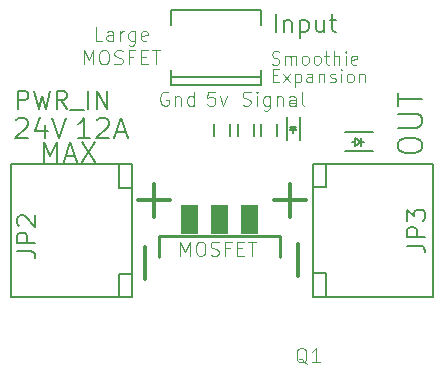
<source format=gto>
G04 #@! TF.FileFunction,Legend,Top*
%FSLAX46Y46*%
G04 Gerber Fmt 4.6, Leading zero omitted, Abs format (unit mm)*
G04 Created by KiCad (PCBNEW 4.0.2-stable) date 04/06/2016 20:31:28*
%MOMM*%
G01*
G04 APERTURE LIST*
%ADD10C,0.100000*%
%ADD11C,0.065024*%
%ADD12C,0.304800*%
%ADD13C,0.142240*%
%ADD14C,0.101600*%
%ADD15C,0.093472*%
%ADD16C,0.150000*%
%ADD17C,0.127000*%
%ADD18C,0.254000*%
%ADD19C,0.200000*%
%ADD20C,0.096520*%
G04 APERTURE END LIST*
D10*
D11*
X154183848Y-97169074D02*
X154772160Y-97169074D01*
D12*
X141361786Y-105448786D02*
X144119500Y-105448786D01*
X142740643Y-106827643D02*
X142740643Y-104069929D01*
X141948786Y-112138214D02*
X141948786Y-109380500D01*
X154948786Y-111878857D02*
X154948786Y-109121143D01*
X152861786Y-105448786D02*
X155619500Y-105448786D01*
X154240643Y-106827643D02*
X154240643Y-104069929D01*
D13*
X131071733Y-98641333D02*
X131152167Y-98560900D01*
X131313033Y-98480467D01*
X131715200Y-98480467D01*
X131876067Y-98560900D01*
X131956500Y-98641333D01*
X132036933Y-98802200D01*
X132036933Y-98963067D01*
X131956500Y-99204367D01*
X130991300Y-100169567D01*
X132036933Y-100169567D01*
X133484734Y-99043500D02*
X133484734Y-100169567D01*
X133082567Y-98400033D02*
X132680400Y-99606533D01*
X133726034Y-99606533D01*
X134128201Y-98480467D02*
X134691234Y-100169567D01*
X135254267Y-98480467D01*
X133402167Y-102169567D02*
X133402167Y-100480467D01*
X133965200Y-101686967D01*
X134528233Y-100480467D01*
X134528233Y-102169567D01*
X135252133Y-101686967D02*
X136056467Y-101686967D01*
X135091267Y-102169567D02*
X135654300Y-100480467D01*
X136217333Y-102169567D01*
X136619500Y-100480467D02*
X137745567Y-102169567D01*
X137745567Y-100480467D02*
X136619500Y-102169567D01*
D14*
X143919238Y-96293500D02*
X143804333Y-96236048D01*
X143631976Y-96236048D01*
X143459619Y-96293500D01*
X143344714Y-96408405D01*
X143287262Y-96523310D01*
X143229810Y-96753119D01*
X143229810Y-96925476D01*
X143287262Y-97155286D01*
X143344714Y-97270190D01*
X143459619Y-97385095D01*
X143631976Y-97442548D01*
X143746881Y-97442548D01*
X143919238Y-97385095D01*
X143976690Y-97327643D01*
X143976690Y-96925476D01*
X143746881Y-96925476D01*
X144493762Y-96638214D02*
X144493762Y-97442548D01*
X144493762Y-96753119D02*
X144551214Y-96695667D01*
X144666119Y-96638214D01*
X144838476Y-96638214D01*
X144953381Y-96695667D01*
X145010833Y-96810571D01*
X145010833Y-97442548D01*
X146102428Y-97442548D02*
X146102428Y-96236048D01*
X146102428Y-97385095D02*
X145987524Y-97442548D01*
X145757714Y-97442548D01*
X145642809Y-97385095D01*
X145585357Y-97327643D01*
X145527905Y-97212738D01*
X145527905Y-96868024D01*
X145585357Y-96753119D01*
X145642809Y-96695667D01*
X145757714Y-96638214D01*
X145987524Y-96638214D01*
X146102428Y-96695667D01*
X147861786Y-96236048D02*
X147287262Y-96236048D01*
X147229810Y-96810571D01*
X147287262Y-96753119D01*
X147402167Y-96695667D01*
X147689429Y-96695667D01*
X147804333Y-96753119D01*
X147861786Y-96810571D01*
X147919238Y-96925476D01*
X147919238Y-97212738D01*
X147861786Y-97327643D01*
X147804333Y-97385095D01*
X147689429Y-97442548D01*
X147402167Y-97442548D01*
X147287262Y-97385095D01*
X147229810Y-97327643D01*
X148321405Y-96638214D02*
X148608667Y-97442548D01*
X148895929Y-96638214D01*
X150229810Y-97385095D02*
X150402167Y-97442548D01*
X150689429Y-97442548D01*
X150804333Y-97385095D01*
X150861786Y-97327643D01*
X150919238Y-97212738D01*
X150919238Y-97097833D01*
X150861786Y-96982929D01*
X150804333Y-96925476D01*
X150689429Y-96868024D01*
X150459619Y-96810571D01*
X150344714Y-96753119D01*
X150287262Y-96695667D01*
X150229810Y-96580762D01*
X150229810Y-96465857D01*
X150287262Y-96350952D01*
X150344714Y-96293500D01*
X150459619Y-96236048D01*
X150746881Y-96236048D01*
X150919238Y-96293500D01*
X151436310Y-97442548D02*
X151436310Y-96638214D01*
X151436310Y-96236048D02*
X151378858Y-96293500D01*
X151436310Y-96350952D01*
X151493762Y-96293500D01*
X151436310Y-96236048D01*
X151436310Y-96350952D01*
X152527905Y-96638214D02*
X152527905Y-97614905D01*
X152470453Y-97729810D01*
X152413001Y-97787262D01*
X152298096Y-97844714D01*
X152125739Y-97844714D01*
X152010834Y-97787262D01*
X152527905Y-97385095D02*
X152413001Y-97442548D01*
X152183191Y-97442548D01*
X152068286Y-97385095D01*
X152010834Y-97327643D01*
X151953382Y-97212738D01*
X151953382Y-96868024D01*
X152010834Y-96753119D01*
X152068286Y-96695667D01*
X152183191Y-96638214D01*
X152413001Y-96638214D01*
X152527905Y-96695667D01*
X153102429Y-96638214D02*
X153102429Y-97442548D01*
X153102429Y-96753119D02*
X153159881Y-96695667D01*
X153274786Y-96638214D01*
X153447143Y-96638214D01*
X153562048Y-96695667D01*
X153619500Y-96810571D01*
X153619500Y-97442548D01*
X154711095Y-97442548D02*
X154711095Y-96810571D01*
X154653643Y-96695667D01*
X154538738Y-96638214D01*
X154308929Y-96638214D01*
X154194024Y-96695667D01*
X154711095Y-97385095D02*
X154596191Y-97442548D01*
X154308929Y-97442548D01*
X154194024Y-97385095D01*
X154136572Y-97270190D01*
X154136572Y-97155286D01*
X154194024Y-97040381D01*
X154308929Y-96982929D01*
X154596191Y-96982929D01*
X154711095Y-96925476D01*
X155457976Y-97442548D02*
X155343071Y-97385095D01*
X155285619Y-97270190D01*
X155285619Y-96236048D01*
X138361786Y-91942548D02*
X137787262Y-91942548D01*
X137787262Y-90736048D01*
X139281023Y-91942548D02*
X139281023Y-91310571D01*
X139223571Y-91195667D01*
X139108666Y-91138214D01*
X138878857Y-91138214D01*
X138763952Y-91195667D01*
X139281023Y-91885095D02*
X139166119Y-91942548D01*
X138878857Y-91942548D01*
X138763952Y-91885095D01*
X138706500Y-91770190D01*
X138706500Y-91655286D01*
X138763952Y-91540381D01*
X138878857Y-91482929D01*
X139166119Y-91482929D01*
X139281023Y-91425476D01*
X139855547Y-91942548D02*
X139855547Y-91138214D01*
X139855547Y-91368024D02*
X139912999Y-91253119D01*
X139970452Y-91195667D01*
X140085356Y-91138214D01*
X140200261Y-91138214D01*
X141119499Y-91138214D02*
X141119499Y-92114905D01*
X141062047Y-92229810D01*
X141004595Y-92287262D01*
X140889690Y-92344714D01*
X140717333Y-92344714D01*
X140602428Y-92287262D01*
X141119499Y-91885095D02*
X141004595Y-91942548D01*
X140774785Y-91942548D01*
X140659880Y-91885095D01*
X140602428Y-91827643D01*
X140544976Y-91712738D01*
X140544976Y-91368024D01*
X140602428Y-91253119D01*
X140659880Y-91195667D01*
X140774785Y-91138214D01*
X141004595Y-91138214D01*
X141119499Y-91195667D01*
X142153642Y-91885095D02*
X142038737Y-91942548D01*
X141808928Y-91942548D01*
X141694023Y-91885095D01*
X141636571Y-91770190D01*
X141636571Y-91310571D01*
X141694023Y-91195667D01*
X141808928Y-91138214D01*
X142038737Y-91138214D01*
X142153642Y-91195667D01*
X142211094Y-91310571D01*
X142211094Y-91425476D01*
X141636571Y-91540381D01*
D15*
X152711425Y-93894288D02*
X152869993Y-93947144D01*
X153134274Y-93947144D01*
X153239987Y-93894288D01*
X153292843Y-93841431D01*
X153345699Y-93735719D01*
X153345699Y-93630007D01*
X153292843Y-93524294D01*
X153239987Y-93471438D01*
X153134274Y-93418582D01*
X152922850Y-93365726D01*
X152817137Y-93312870D01*
X152764281Y-93260013D01*
X152711425Y-93154301D01*
X152711425Y-93048589D01*
X152764281Y-92942876D01*
X152817137Y-92890020D01*
X152922850Y-92837164D01*
X153187130Y-92837164D01*
X153345699Y-92890020D01*
X153821405Y-93947144D02*
X153821405Y-93207157D01*
X153821405Y-93312870D02*
X153874261Y-93260013D01*
X153979974Y-93207157D01*
X154138542Y-93207157D01*
X154244254Y-93260013D01*
X154297111Y-93365726D01*
X154297111Y-93947144D01*
X154297111Y-93365726D02*
X154349967Y-93260013D01*
X154455679Y-93207157D01*
X154614248Y-93207157D01*
X154719960Y-93260013D01*
X154772816Y-93365726D01*
X154772816Y-93947144D01*
X155459947Y-93947144D02*
X155354234Y-93894288D01*
X155301378Y-93841431D01*
X155248522Y-93735719D01*
X155248522Y-93418582D01*
X155301378Y-93312870D01*
X155354234Y-93260013D01*
X155459947Y-93207157D01*
X155618515Y-93207157D01*
X155724227Y-93260013D01*
X155777084Y-93312870D01*
X155829940Y-93418582D01*
X155829940Y-93735719D01*
X155777084Y-93841431D01*
X155724227Y-93894288D01*
X155618515Y-93947144D01*
X155459947Y-93947144D01*
X156464215Y-93947144D02*
X156358502Y-93894288D01*
X156305646Y-93841431D01*
X156252790Y-93735719D01*
X156252790Y-93418582D01*
X156305646Y-93312870D01*
X156358502Y-93260013D01*
X156464215Y-93207157D01*
X156622783Y-93207157D01*
X156728495Y-93260013D01*
X156781352Y-93312870D01*
X156834208Y-93418582D01*
X156834208Y-93735719D01*
X156781352Y-93841431D01*
X156728495Y-93894288D01*
X156622783Y-93947144D01*
X156464215Y-93947144D01*
X157151345Y-93207157D02*
X157574195Y-93207157D01*
X157309914Y-92837164D02*
X157309914Y-93788575D01*
X157362770Y-93894288D01*
X157468483Y-93947144D01*
X157574195Y-93947144D01*
X157944188Y-93947144D02*
X157944188Y-92837164D01*
X158419894Y-93947144D02*
X158419894Y-93365726D01*
X158367037Y-93260013D01*
X158261325Y-93207157D01*
X158102757Y-93207157D01*
X157997044Y-93260013D01*
X157944188Y-93312870D01*
X158948456Y-93947144D02*
X158948456Y-93207157D01*
X158948456Y-92837164D02*
X158895600Y-92890020D01*
X158948456Y-92942876D01*
X159001312Y-92890020D01*
X158948456Y-92837164D01*
X158948456Y-92942876D01*
X159899867Y-93894288D02*
X159794155Y-93947144D01*
X159582730Y-93947144D01*
X159477018Y-93894288D01*
X159424162Y-93788575D01*
X159424162Y-93365726D01*
X159477018Y-93260013D01*
X159582730Y-93207157D01*
X159794155Y-93207157D01*
X159899867Y-93260013D01*
X159952724Y-93365726D01*
X159952724Y-93471438D01*
X159424162Y-93577150D01*
D14*
X136787262Y-93942548D02*
X136787262Y-92736048D01*
X137189429Y-93597833D01*
X137591595Y-92736048D01*
X137591595Y-93942548D01*
X138395928Y-92736048D02*
X138625738Y-92736048D01*
X138740643Y-92793500D01*
X138855547Y-92908405D01*
X138913000Y-93138214D01*
X138913000Y-93540381D01*
X138855547Y-93770190D01*
X138740643Y-93885095D01*
X138625738Y-93942548D01*
X138395928Y-93942548D01*
X138281024Y-93885095D01*
X138166119Y-93770190D01*
X138108667Y-93540381D01*
X138108667Y-93138214D01*
X138166119Y-92908405D01*
X138281024Y-92793500D01*
X138395928Y-92736048D01*
X139372619Y-93885095D02*
X139544976Y-93942548D01*
X139832238Y-93942548D01*
X139947142Y-93885095D01*
X140004595Y-93827643D01*
X140062047Y-93712738D01*
X140062047Y-93597833D01*
X140004595Y-93482929D01*
X139947142Y-93425476D01*
X139832238Y-93368024D01*
X139602428Y-93310571D01*
X139487523Y-93253119D01*
X139430071Y-93195667D01*
X139372619Y-93080762D01*
X139372619Y-92965857D01*
X139430071Y-92850952D01*
X139487523Y-92793500D01*
X139602428Y-92736048D01*
X139889690Y-92736048D01*
X140062047Y-92793500D01*
X140981286Y-93310571D02*
X140579119Y-93310571D01*
X140579119Y-93942548D02*
X140579119Y-92736048D01*
X141153643Y-92736048D01*
X141613262Y-93310571D02*
X142015429Y-93310571D01*
X142187786Y-93942548D02*
X141613262Y-93942548D01*
X141613262Y-92736048D01*
X142187786Y-92736048D01*
X142532500Y-92736048D02*
X143221928Y-92736048D01*
X142877214Y-93942548D02*
X142877214Y-92736048D01*
D15*
X152764281Y-94865726D02*
X153134274Y-94865726D01*
X153292843Y-95447144D02*
X152764281Y-95447144D01*
X152764281Y-94337164D01*
X153292843Y-94337164D01*
X153662837Y-95447144D02*
X154244255Y-94707157D01*
X153662837Y-94707157D02*
X154244255Y-95447144D01*
X154667104Y-94707157D02*
X154667104Y-95817137D01*
X154667104Y-94760013D02*
X154772816Y-94707157D01*
X154984241Y-94707157D01*
X155089953Y-94760013D01*
X155142810Y-94812870D01*
X155195666Y-94918582D01*
X155195666Y-95235719D01*
X155142810Y-95341431D01*
X155089953Y-95394288D01*
X154984241Y-95447144D01*
X154772816Y-95447144D01*
X154667104Y-95394288D01*
X156147078Y-95447144D02*
X156147078Y-94865726D01*
X156094221Y-94760013D01*
X155988509Y-94707157D01*
X155777084Y-94707157D01*
X155671372Y-94760013D01*
X156147078Y-95394288D02*
X156041365Y-95447144D01*
X155777084Y-95447144D01*
X155671372Y-95394288D01*
X155618516Y-95288575D01*
X155618516Y-95182863D01*
X155671372Y-95077150D01*
X155777084Y-95024294D01*
X156041365Y-95024294D01*
X156147078Y-94971438D01*
X156675640Y-94707157D02*
X156675640Y-95447144D01*
X156675640Y-94812870D02*
X156728496Y-94760013D01*
X156834209Y-94707157D01*
X156992777Y-94707157D01*
X157098489Y-94760013D01*
X157151346Y-94865726D01*
X157151346Y-95447144D01*
X157627052Y-95394288D02*
X157732764Y-95447144D01*
X157944189Y-95447144D01*
X158049901Y-95394288D01*
X158102757Y-95288575D01*
X158102757Y-95235719D01*
X158049901Y-95130007D01*
X157944189Y-95077150D01*
X157785620Y-95077150D01*
X157679908Y-95024294D01*
X157627052Y-94918582D01*
X157627052Y-94865726D01*
X157679908Y-94760013D01*
X157785620Y-94707157D01*
X157944189Y-94707157D01*
X158049901Y-94760013D01*
X158578463Y-95447144D02*
X158578463Y-94707157D01*
X158578463Y-94337164D02*
X158525607Y-94390020D01*
X158578463Y-94442876D01*
X158631319Y-94390020D01*
X158578463Y-94337164D01*
X158578463Y-94442876D01*
X159265594Y-95447144D02*
X159159881Y-95394288D01*
X159107025Y-95341431D01*
X159054169Y-95235719D01*
X159054169Y-94918582D01*
X159107025Y-94812870D01*
X159159881Y-94760013D01*
X159265594Y-94707157D01*
X159424162Y-94707157D01*
X159529874Y-94760013D01*
X159582731Y-94812870D01*
X159635587Y-94918582D01*
X159635587Y-95235719D01*
X159582731Y-95341431D01*
X159529874Y-95394288D01*
X159424162Y-95447144D01*
X159265594Y-95447144D01*
X160111293Y-94707157D02*
X160111293Y-95447144D01*
X160111293Y-94812870D02*
X160164149Y-94760013D01*
X160269862Y-94707157D01*
X160428430Y-94707157D01*
X160534142Y-94760013D01*
X160586999Y-94865726D01*
X160586999Y-95447144D01*
D13*
X137286933Y-100169567D02*
X136321733Y-100169567D01*
X136804333Y-100169567D02*
X136804333Y-98480467D01*
X136643467Y-98721767D01*
X136482600Y-98882633D01*
X136321733Y-98963067D01*
X137930400Y-98641333D02*
X138010834Y-98560900D01*
X138171700Y-98480467D01*
X138573867Y-98480467D01*
X138734734Y-98560900D01*
X138815167Y-98641333D01*
X138895600Y-98802200D01*
X138895600Y-98963067D01*
X138815167Y-99204367D01*
X137849967Y-100169567D01*
X138895600Y-100169567D01*
X139539067Y-99686967D02*
X140343401Y-99686967D01*
X139378201Y-100169567D02*
X139941234Y-98480467D01*
X140504267Y-100169567D01*
D16*
X159750000Y-100500000D02*
X159500000Y-100500000D01*
X160250000Y-100500000D02*
X160500000Y-100500000D01*
X160250000Y-100500000D02*
X159750000Y-100850000D01*
X159750000Y-100850000D02*
X159750000Y-100150000D01*
X159750000Y-100150000D02*
X160250000Y-100500000D01*
X160250000Y-100850000D02*
X160250000Y-100150000D01*
X161300000Y-99700000D02*
X158900000Y-99700000D01*
X161300000Y-101300000D02*
X158900000Y-101300000D01*
X151810000Y-95040000D02*
X144190000Y-95040000D01*
X151810000Y-94405000D02*
X151810000Y-95675000D01*
X144190000Y-90595000D02*
X144190000Y-89325000D01*
X144190000Y-89325000D02*
X151810000Y-89325000D01*
X151810000Y-89325000D02*
X151810000Y-90595000D01*
X151810000Y-95675000D02*
X144190000Y-95675000D01*
X144190000Y-95675000D02*
X144190000Y-94405000D01*
X153950000Y-98400000D02*
X153950000Y-100300000D01*
X155050000Y-98400000D02*
X155050000Y-100300000D01*
X154500000Y-99300000D02*
X154500000Y-99750000D01*
X154750000Y-99250000D02*
X154250000Y-99250000D01*
X154500000Y-99250000D02*
X154750000Y-99500000D01*
X154750000Y-99500000D02*
X154250000Y-99500000D01*
X154250000Y-99500000D02*
X154500000Y-99250000D01*
X151175000Y-99000000D02*
X151175000Y-100000000D01*
X149825000Y-100000000D02*
X149825000Y-99000000D01*
X149175000Y-99000000D02*
X149175000Y-100000000D01*
X147825000Y-100000000D02*
X147825000Y-99000000D01*
X151825000Y-100000000D02*
X151825000Y-99000000D01*
X153175000Y-99000000D02*
X153175000Y-100000000D01*
D17*
X166350000Y-113600000D02*
X166350000Y-102400000D01*
X166350000Y-102400000D02*
X157250000Y-102400000D01*
X157250000Y-102400000D02*
X156150000Y-102400000D01*
X156150000Y-102400000D02*
X156150000Y-104300000D01*
X156150000Y-104300000D02*
X156150000Y-111600000D01*
X156150000Y-111600000D02*
X156150000Y-113600000D01*
X156150000Y-113600000D02*
X157250000Y-113600000D01*
X157250000Y-113600000D02*
X166350000Y-113600000D01*
X157250000Y-113600000D02*
X157250000Y-111600000D01*
X157250000Y-111600000D02*
X156150000Y-111600000D01*
X156150000Y-104300000D02*
X157250000Y-104300000D01*
X157250000Y-104300000D02*
X157250000Y-102400000D01*
X130650000Y-102400000D02*
X130650000Y-113600000D01*
X130650000Y-113600000D02*
X139750000Y-113600000D01*
X139750000Y-113600000D02*
X140850000Y-113600000D01*
X140850000Y-113600000D02*
X140850000Y-111700000D01*
X140850000Y-111700000D02*
X140850000Y-104400000D01*
X140850000Y-104400000D02*
X140850000Y-102400000D01*
X140850000Y-102400000D02*
X139750000Y-102400000D01*
X139750000Y-102400000D02*
X130650000Y-102400000D01*
X139750000Y-102400000D02*
X139750000Y-104400000D01*
X139750000Y-104400000D02*
X140850000Y-104400000D01*
X140850000Y-111700000D02*
X139750000Y-111700000D01*
X139750000Y-111700000D02*
X139750000Y-113600000D01*
D18*
X153430800Y-108460600D02*
X143169200Y-108460600D01*
X153430800Y-108460600D02*
X153430800Y-110238600D01*
X143169200Y-108460600D02*
X143169200Y-110238600D01*
D10*
G36*
X151551200Y-105819000D02*
X150128800Y-105819000D01*
X150128800Y-108308200D01*
X151551200Y-108308200D01*
X151551200Y-105819000D01*
G37*
G36*
X146471200Y-105819000D02*
X145048800Y-105819000D01*
X145048800Y-108308200D01*
X146471200Y-108308200D01*
X146471200Y-105819000D01*
G37*
G36*
X149011200Y-105819000D02*
X147588800Y-105819000D01*
X147588800Y-108308200D01*
X149011200Y-108308200D01*
X149011200Y-105819000D01*
G37*
D19*
X153035714Y-91178571D02*
X153035714Y-89678571D01*
X153750000Y-90178571D02*
X153750000Y-91178571D01*
X153750000Y-90321429D02*
X153821428Y-90250000D01*
X153964286Y-90178571D01*
X154178571Y-90178571D01*
X154321428Y-90250000D01*
X154392857Y-90392857D01*
X154392857Y-91178571D01*
X155107143Y-90178571D02*
X155107143Y-91678571D01*
X155107143Y-90250000D02*
X155250000Y-90178571D01*
X155535714Y-90178571D01*
X155678571Y-90250000D01*
X155750000Y-90321429D01*
X155821429Y-90464286D01*
X155821429Y-90892857D01*
X155750000Y-91035714D01*
X155678571Y-91107143D01*
X155535714Y-91178571D01*
X155250000Y-91178571D01*
X155107143Y-91107143D01*
X157107143Y-90178571D02*
X157107143Y-91178571D01*
X156464286Y-90178571D02*
X156464286Y-90964286D01*
X156535714Y-91107143D01*
X156678572Y-91178571D01*
X156892857Y-91178571D01*
X157035714Y-91107143D01*
X157107143Y-91035714D01*
X157607143Y-90178571D02*
X158178572Y-90178571D01*
X157821429Y-89678571D02*
X157821429Y-90964286D01*
X157892857Y-91107143D01*
X158035715Y-91178571D01*
X158178572Y-91178571D01*
D16*
X164165429Y-109270000D02*
X165254000Y-109270000D01*
X165471714Y-109342572D01*
X165616857Y-109487715D01*
X165689429Y-109705429D01*
X165689429Y-109850572D01*
X165689429Y-108544286D02*
X164165429Y-108544286D01*
X164165429Y-107963714D01*
X164238000Y-107818572D01*
X164310571Y-107746000D01*
X164455714Y-107673429D01*
X164673429Y-107673429D01*
X164818571Y-107746000D01*
X164891143Y-107818572D01*
X164963714Y-107963714D01*
X164963714Y-108544286D01*
X164165429Y-107165429D02*
X164165429Y-106222000D01*
X164746000Y-106730000D01*
X164746000Y-106512286D01*
X164818571Y-106367143D01*
X164891143Y-106294572D01*
X165036286Y-106222000D01*
X165399143Y-106222000D01*
X165544286Y-106294572D01*
X165616857Y-106367143D01*
X165689429Y-106512286D01*
X165689429Y-106947714D01*
X165616857Y-107092857D01*
X165544286Y-107165429D01*
X163404762Y-101000000D02*
X163404762Y-100619048D01*
X163500000Y-100428572D01*
X163690476Y-100238095D01*
X164071429Y-100142857D01*
X164738095Y-100142857D01*
X165119048Y-100238095D01*
X165309524Y-100428572D01*
X165404762Y-100619048D01*
X165404762Y-101000000D01*
X165309524Y-101190476D01*
X165119048Y-101380953D01*
X164738095Y-101476191D01*
X164071429Y-101476191D01*
X163690476Y-101380953D01*
X163500000Y-101190476D01*
X163404762Y-101000000D01*
X163404762Y-99285715D02*
X165023810Y-99285715D01*
X165214286Y-99190476D01*
X165309524Y-99095238D01*
X165404762Y-98904762D01*
X165404762Y-98523810D01*
X165309524Y-98333334D01*
X165214286Y-98238095D01*
X165023810Y-98142857D01*
X163404762Y-98142857D01*
X163404762Y-97476191D02*
X163404762Y-96333334D01*
X165404762Y-96904762D02*
X163404762Y-96904762D01*
X131165429Y-109770000D02*
X132254000Y-109770000D01*
X132471714Y-109842572D01*
X132616857Y-109987715D01*
X132689429Y-110205429D01*
X132689429Y-110350572D01*
X132689429Y-109044286D02*
X131165429Y-109044286D01*
X131165429Y-108463714D01*
X131238000Y-108318572D01*
X131310571Y-108246000D01*
X131455714Y-108173429D01*
X131673429Y-108173429D01*
X131818571Y-108246000D01*
X131891143Y-108318572D01*
X131963714Y-108463714D01*
X131963714Y-109044286D01*
X131310571Y-107592857D02*
X131238000Y-107520286D01*
X131165429Y-107375143D01*
X131165429Y-107012286D01*
X131238000Y-106867143D01*
X131310571Y-106794572D01*
X131455714Y-106722000D01*
X131600857Y-106722000D01*
X131818571Y-106794572D01*
X132689429Y-107665429D01*
X132689429Y-106722000D01*
X131226286Y-97689429D02*
X131226286Y-96165429D01*
X131806858Y-96165429D01*
X131952000Y-96238000D01*
X132024572Y-96310571D01*
X132097143Y-96455714D01*
X132097143Y-96673429D01*
X132024572Y-96818571D01*
X131952000Y-96891143D01*
X131806858Y-96963714D01*
X131226286Y-96963714D01*
X132605143Y-96165429D02*
X132968000Y-97689429D01*
X133258286Y-96600857D01*
X133548572Y-97689429D01*
X133911429Y-96165429D01*
X135362857Y-97689429D02*
X134854857Y-96963714D01*
X134492000Y-97689429D02*
X134492000Y-96165429D01*
X135072572Y-96165429D01*
X135217714Y-96238000D01*
X135290286Y-96310571D01*
X135362857Y-96455714D01*
X135362857Y-96673429D01*
X135290286Y-96818571D01*
X135217714Y-96891143D01*
X135072572Y-96963714D01*
X134492000Y-96963714D01*
X135653143Y-97834571D02*
X136814286Y-97834571D01*
X137177143Y-97689429D02*
X137177143Y-96165429D01*
X137902857Y-97689429D02*
X137902857Y-96165429D01*
X138773714Y-97689429D01*
X138773714Y-96165429D01*
D20*
X155678595Y-119263952D02*
X155563690Y-119206500D01*
X155448786Y-119091595D01*
X155276429Y-118919238D01*
X155161524Y-118861786D01*
X155046619Y-118861786D01*
X155104071Y-119149048D02*
X154989167Y-119091595D01*
X154874262Y-118976690D01*
X154816810Y-118746881D01*
X154816810Y-118344714D01*
X154874262Y-118114905D01*
X154989167Y-118000000D01*
X155104071Y-117942548D01*
X155333881Y-117942548D01*
X155448786Y-118000000D01*
X155563690Y-118114905D01*
X155621143Y-118344714D01*
X155621143Y-118746881D01*
X155563690Y-118976690D01*
X155448786Y-119091595D01*
X155333881Y-119149048D01*
X155104071Y-119149048D01*
X156770190Y-119149048D02*
X156080762Y-119149048D01*
X156425476Y-119149048D02*
X156425476Y-117942548D01*
X156310571Y-118114905D01*
X156195666Y-118229810D01*
X156080762Y-118287262D01*
X144950429Y-110149048D02*
X144950429Y-108942548D01*
X145352596Y-109804333D01*
X145754762Y-108942548D01*
X145754762Y-110149048D01*
X146559095Y-108942548D02*
X146788905Y-108942548D01*
X146903810Y-109000000D01*
X147018714Y-109114905D01*
X147076167Y-109344714D01*
X147076167Y-109746881D01*
X147018714Y-109976690D01*
X146903810Y-110091595D01*
X146788905Y-110149048D01*
X146559095Y-110149048D01*
X146444191Y-110091595D01*
X146329286Y-109976690D01*
X146271834Y-109746881D01*
X146271834Y-109344714D01*
X146329286Y-109114905D01*
X146444191Y-109000000D01*
X146559095Y-108942548D01*
X147535786Y-110091595D02*
X147708143Y-110149048D01*
X147995405Y-110149048D01*
X148110309Y-110091595D01*
X148167762Y-110034143D01*
X148225214Y-109919238D01*
X148225214Y-109804333D01*
X148167762Y-109689429D01*
X148110309Y-109631976D01*
X147995405Y-109574524D01*
X147765595Y-109517071D01*
X147650690Y-109459619D01*
X147593238Y-109402167D01*
X147535786Y-109287262D01*
X147535786Y-109172357D01*
X147593238Y-109057452D01*
X147650690Y-109000000D01*
X147765595Y-108942548D01*
X148052857Y-108942548D01*
X148225214Y-109000000D01*
X149144453Y-109517071D02*
X148742286Y-109517071D01*
X148742286Y-110149048D02*
X148742286Y-108942548D01*
X149316810Y-108942548D01*
X149776429Y-109517071D02*
X150178596Y-109517071D01*
X150350953Y-110149048D02*
X149776429Y-110149048D01*
X149776429Y-108942548D01*
X150350953Y-108942548D01*
X150695667Y-108942548D02*
X151385095Y-108942548D01*
X151040381Y-110149048D02*
X151040381Y-108942548D01*
M02*

</source>
